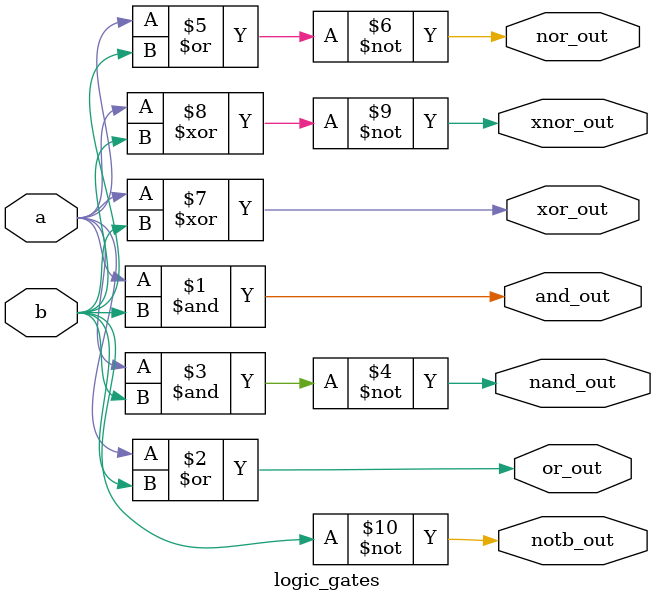
<source format=v>
 module logic_gates(a,b,and_out,or_out,nand_out,nor_out,notb_out,xor_out,xnor_out);
 input a,b;
 output and_out,or_out,nand_out,nor_out,notb_out,xor_out,xnor_out;
 and a1 (and_out,a,b);
 or o1(or_out,a,b);
 nand n1(nand_out,a,b);
 nor n2(nor_out,a,b);
 not n3(notb_out,b);
 xor x1(xor_out,a,b);
 xnor x2 (xnor_out,a,b);
 endmodule
</source>
